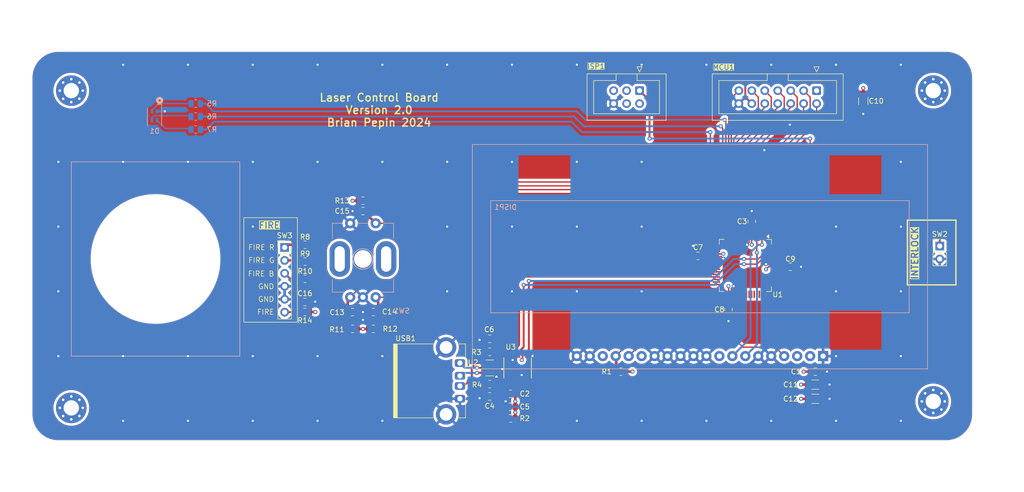
<source format=kicad_pcb>
(kicad_pcb (version 20240108) (generator "pcbnew") (generator_version "8.0")
  (title_block (title "Laser Control Board") (date "2024-03-30") (rev "2.0"))
  (layers (0 "F.Cu" signal) (1 "In1.Cu" signal) (2 "In2.Cu" signal) (31 "B.Cu" signal) (34 "B.Paste" user) (35 "F.Paste" user) (36 "B.SilkS" user "B.Silkscreen") (37 "F.SilkS" user "F.Silkscreen") (38 "B.Mask" user) (39 "F.Mask" user) (44 "Edge.Cuts" user))
  (net 0 "")
  (net 1 "GND")
  (net 2 "USBD_N")
  (net 3 "USBD_P")
  (net 4 "+3V0")
  (net 5 "FIRE")
  (net 6 "Net-(D1-RA)")
  (net 7 "Net-(D1-GA)")
  (net 8 "Net-(D1-BA)")
  (net 10 "DISP_CS")
  (net 11 "DISP_RES")
  (net 12 "DISP_DC")
  (net 13 "SCK")
  (net 14 "MOSI")
  (net 15 "MISO")
  (net 16 "RXD")
  (net 17 "TXD")
  (net 18 "RESET")
  (net 19 "INTERLOCK_SW")
  (net 20 "TEC_ENABLE")
  (net 21 "CS_TEC_SET")
  (net 22 "RST_LASER")
  (net 23 "INTERLOCK_EN")
  (net 24 "CS_CHARGE")
  (net 25 "CS_TEC_READ")
  (net 26 "TMP_LASER")
  (net 27 "CS_LASER")
  (net 28 "LED_R")
  (net 29 "LED_G")
  (net 30 "LED_B")
  (net 34 "UPDI")
  (net 35 "ENC_SEL")
  (net 36 "Net-(SW3-Pin_1)")
  (net 37 "Net-(SW3-Pin_2)")
  (net 42 "ENC_A")
  (net 43 "ENC_B")
  (net 79 "Net-(U3-~{RESET})")
  (net 80 "Net-(U2-IO3)")
  (net 81 "Net-(U2-IO4)")
  (net 82 "LED_FIRE_R")
  (net 83 "LED_FIRE_G")
  (net 84 "LED_FIRE_B")
  (net 85 "Net-(SW3-Pin_3)")
  (net 114 "Net-(U2-VDD)")
  (footprint "Connector_IDC:IDC-Header_2x07_P2.54mm_Vertical" (layer "F.Cu") (at 205.74 68.58 -90)
    (property "Reference" "MCU1")
    (property "Value" "2-1761603-5")
  )
  (footprint "Connector_PinHeader_2.54mm:PinHeader_1x02_P2.54mm_Vertical" (layer "F.Cu") (at 229.87 99.06)
    (property "Reference" "SW2")
    (property "Value" "KO128B2007")
  )
  (footprint "Capacitor_SMD:C_1206_3216Metric" (layer "F.Cu") (at 214.884 70.612 -90)
    (property "Reference" "C10")
    (property "Value" "22uF")
  )
  (footprint "Components:USB-A1HSW6" (layer "F.Cu") (at 135.844 125.513 -90)
    (property "Reference" "USB1")
    (property "Value" "UJ2-A-HR-G-TH")
  )
  (footprint "Resistor_SMD:R_0805_2012Metric" (layer "F.Cu") (at 145.75 132.879)
    (property "Reference" "R2")
    (property "Value" "10k")
  )
  (footprint "Resistor_SMD:R_0805_2012Metric" (layer "F.Cu") (at 141.686 119.798)
    (property "Reference" "R3")
    (property "Value" "27")
  )
  (footprint "Package_SO:SSOP-16_3.9x4.9mm_P0.635mm" (layer "F.Cu") (at 147.147 122.973 -90)
    (property "Reference" "U3")
    (property "Value" "FT230XS-U")
  )
  (footprint "Package_TO_SOT_SMD:SOT-23-6" (layer "F.Cu") (at 141.686 122.973 180)
    (property "Reference" "U2")
    (property "Value" "ESDALD05UD4")
  )
  (footprint "Resistor_SMD:R_0805_2012Metric" (layer "F.Cu") (at 141.686 126.148)
    (property "Reference" "R4")
    (property "Value" "27")
  )
  (footprint "Capacitor_SMD:C_0805_2012Metric" (layer "F.Cu") (at 145.75 130.593 180)
    (property "Reference" "C5")
    (property "Value" "4.7uF")
  )
  (footprint "Capacitor_SMD:C_0805_2012Metric" (layer "F.Cu") (at 141.686 117.258 180)
    (property "Reference" "C6")
    (property "Value" "47pF")
  )
  (footprint "Capacitor_SMD:C_0805_2012Metric" (layer "F.Cu") (at 145.75 128.053 180)
    (property "Reference" "C2")
    (property "Value" ".1uF")
  )
  (footprint "Capacitor_SMD:C_0805_2012Metric" (layer "F.Cu") (at 141.686 128.561 180)
    (property "Reference" "C4")
    (property "Value" "47pF")
  )
  (footprint "MountingHole:MountingHole_3mm_Pad_Via" (layer "F.Cu") (at 59.69 68.58)
    (property "Reference" "H1" (hide yes))
    (property "Value" "MountingHole_Pad")
  )
  (footprint "MountingHole:MountingHole_3mm_Pad_Via" (layer "F.Cu") (at 228.6 68.58)
    (property "Reference" "H2" (hide yes))
    (property "Value" "MountingHole_Pad" (hide yes))
  )
  (footprint "MountingHole:MountingHole_3mm_Pad_Via" (layer "F.Cu") (at 59.69 130.81)
    (property "Reference" "H3" (hide yes))
    (property "Value" "MountingHole_Pad")
  )
  (footprint "MountingHole:MountingHole_3mm_Pad_Via" (layer "F.Cu") (at 228.6 129.54)
    (property "Reference" "H4" (hide yes))
    (property "Value" "MountingHole_Pad")
  )
  (footprint "Resistor_SMD:R_0805_2012Metric" (layer "F.Cu") (at 167.386 123.698)
    (property "Reference" "R1")
    (property "Value" "10k")
  )
  (footprint "Capacitor_SMD:C_0805_2012Metric" (layer "F.Cu") (at 200.594 103.124 180)
    (property "Reference" "C9")
    (property "Value" ".1uF")
  )
  (footprint "Capacitor_SMD:C_0805_2012Metric" (layer "F.Cu") (at 105.468 110.036)
    (property "Reference" "C16")
    (property "Value" ".1uF")
  )
  (footprint "Capacitor_SMD:C_0805_2012Metric" (layer "F.Cu") (at 205.486 123.698 180)
    (property "Reference" "C1")
    (property "Value" ".1uF")
  )
  (footprint "Capacitor_SMD:C_0805_2012Metric" (layer "F.Cu") (at 116.84 92.202 180)
    (property "Reference" "C15")
    (property "Value" ".1uF")
  )
  (footprint "Capacitor_SMD:C_1206_3216Metric" (layer "F.Cu") (at 205.486 129.032)
    (property "Reference" "C12")
    (property "Value" "22uF")
  )
  (footprint "Resistor_SMD:R_0805_2012Metric" (layer "F.Cu") (at 105.5 105.5 180)
    (property "Reference" "R10")
    (property "Value" "140")
  )
  (footprint "Capacitor_SMD:C_1206_3216Metric" (layer "F.Cu") (at 205.486 126.238)
    (property "Reference" "C11")
    (property "Value" "22uF")
  )
  (footprint "Capacitor_SMD:C_0805_2012Metric" (layer "F.Cu") (at 188.468 111.506 90)
    (property "Reference" "C8")
    (property "Value" ".1uF")
  )
  (footprint "Capacitor_SMD:C_0805_2012Metric" (layer "F.Cu") (at 114.808 112.014)
    (property "Reference" "C13")
    (property "Value" ".1uF")
  )
  (footprint "Resistor_SMD:R_0805_2012Metric" (layer "F.Cu") (at 105.5 102.108 180)
    (property "Reference" "R9")
    (property "Value" "140")
  )
  (footprint "Connector_PinHeader_2.54mm:PinHeader_1x06_P2.54mm_Vertical" (layer "F.Cu") (at 101.5 99.34)
    (property "Reference" "SW3")
    (property "Value" "Conn_01x06")
  )
  (footprint "Resistor_SMD:R_0805_2012Metric" (layer "F.Cu") (at 118.872 115.316)
    (property "Reference" "R12")
    (property "Value" "51k")
  )
  (footprint "Capacitor_SMD:C_0805_2012Metric" (layer "F.Cu") (at 118.872 112.014 180)
    (property "Reference" "C14")
    (property "Value" ".1uF")
  )
  (footprint "Resistor_SMD:R_0805_2012Metric" (layer "F.Cu") (at 114.808 115.316 180)
    (property "Reference" "R11")
    (property "Value" "51k")
  )
  (footprint "Resistor_SMD:R_0805_2012Metric" (layer "F.Cu") (at 105.5 98.806 180)
    (property "Reference" "R8")
    (property "Value" "140")
  )
  (footprint "Resistor_SMD:R_0805_2012Metric" (layer "F.Cu") (at 105.468 112 180)
    (property "Reference" "R14")
    (property "Value" "51k")
  )
  (footprint "Package_QFP:TQFP-64_10x10mm_P0.5mm" (layer "F.Cu") (at 191.77 102.87 -90)
    (property "Reference" "U1")
    (property "Value" "AVR128DB64x-xPT")
  )
  (footprint "Capacitor_SMD:C_0805_2012Metric" (layer "F.Cu") (at 193.04 94.234 -90)
    (property "Reference" "C3")
    (property "Value" ".1uF")
  )
  (footprint "Connector_IDC:IDC-Header_2x03_P2.54mm_Vertical" (layer "F.Cu") (at 171.045 68.58 -90)
    (property "Reference" "ISP1")
    (property "Value" "61200621621")
  )
  (footprint "Resistor_SMD:R_0805_2012Metric" (layer "F.Cu") (at 116.84 90.17)
    (property "Reference" "R13")
    (property "Value" "51k")
  )
  (footprint "Capacitor_SMD:C_0805_2012Metric" (layer "F.Cu") (at 182.5 101)
    (property "Reference" "C7")
    (property "Value" ".1uF")
  )
  (footprint "Resistor_SMD:R_0805_2012Metric" (layer "B.Cu") (at 84.074 71.12)
    (property "Reference" "R5")
    (property "Value" "220")
  )
  (footprint "Resistor_SMD:R_0805_2012Metric" (layer "B.Cu") (at 84.074 73.66)
    (property "Reference" "R6")
    (property "Value" "220")
  )
  (footprint "Resistor_SMD:R_0805_2012Metric" (layer "B.Cu") (at 84.074 76.2)
    (property "Reference" "R7")
    (property "Value" "620")
  )
  (footprint "Components:EN11-HSM" (layer "B.Cu") (at 116.84 101.6 180)
    (property "Reference" "SW1")
    (property "Value" "EN11-HSM1AF15")
  )
  (footprint "Components:NHD-3.12-25664UC" (layer "B.Cu") (at 182.88 101.6 180)
    (property "Reference" "DISP1")
    (property "Value" "NHD-3.12-25664UCW2")
  )
  (footprint "Components:LED_Kingbright_KRGB_1.6x1.6mm" (layer "B.Cu") (at 76 73.5 90)
    (property "Reference" "D1")
    (property "Value" "APTF1616LSEKJ3ZGKQBC")
  )
  (gr_line (start 92.71 82.55) (end 59.69 82.55) (stroke (width 0.12)) (layer "B.SilkS"))
  (gr_line (start 59.69 82.55) (end 59.69 120.65) (stroke (width 0.12)) (layer "B.SilkS"))
  (gr_circle (center 77 70.5) (end 77.2 70.5) (stroke (width 0.5)) (fill none) (layer "B.SilkS"))
  (gr_line (start 92.71 120.65) (end 92.71 82.55) (stroke (width 0.12)) (layer "B.SilkS"))
  (gr_line (start 59.69 120.65) (end 92.71 120.65) (stroke (width 0.12)) (layer "B.SilkS"))
  (gr_line (start 223.52 106.68) (end 223.52 93.98) (stroke (width 0.254)) (layer "F.SilkS"))
  (gr_rect (start 93.5 93.5) (end 104 114) (stroke (width 0.12)) (fill none) (layer "F.SilkS"))
  (gr_line (start 223.52 93.98) (end 233.045 93.98) (stroke (width 0.254)) (layer "F.SilkS"))
  (gr_line (start 233.045 106.68) (end 223.52 106.68) (stroke (width 0.254)) (layer "F.SilkS"))
  (gr_line (start 233.045 93.98) (end 233.045 106.68) (stroke (width 0.254)) (layer "F.SilkS"))
  (gr_line (start 52.07 132.08) (end 52.07 66.04) (stroke (width 0.05)) (layer "Edge.Cuts"))
  (gr_arc (start 57.15 137.16) (mid 53.557898 135.672102) (end 52.07 132.08) (stroke (width 0.05)) (layer "Edge.Cuts"))
  (gr_arc (start 231.14 60.96) (mid 234.732102 62.447898) (end 236.22 66.04) (stroke (width 0.05)) (layer "Edge.Cuts"))
  (gr_line (start 236.22 66.04) (end 236.22 132.08) (stroke (width 0.05)) (layer "Edge.Cuts"))
  (gr_line (start 57.15 60.96) (end 231.14 60.96) (stroke (width 0.05)) (layer "Edge.Cuts"))
  (gr_arc (start 52.07 66.04) (mid 53.557898 62.447898) (end 57.15 60.96) (stroke (width 0.05)) (layer "Edge.Cuts"))
  (gr_circle (center 76.2 101.6) (end 88.9 101.6) (stroke (width 0.05)) (fill none) (layer "Edge.Cuts"))
  (gr_arc (start 236.22 132.08) (mid 234.732102 135.672102) (end 231.14 137.16) (stroke (width 0.05)) (layer "Edge.Cuts"))
  (gr_line (start 231.14 137.16) (end 57.15 137.16) (stroke (width 0.05)) (layer "Edge.Cuts"))
  (gr_text "FIRE" (at 99.5 112 0) (layer "F.SilkS") (effects (font (size 1.016 1.016) (thickness 0.127)) (justify right)))
  (gr_text "FIRE G" (at 99.568 101.854 0) (layer "F.SilkS") (effects (font (size 1.016 1.016) (thickness 0.127)) (justify right)))
  (gr_text "Laser Control Board\nVersion 2.0\nBrian Pepin 2024" (at 120.015 72.39 0) (layer "F.SilkS") (effects (font (size 1.524 1.524) (thickness 0.254))))
  (gr_text "GND" (at 99.5 107 0) (layer "F.SilkS") (effects (font (size 1.016 1.016) (thickness 0.127)) (justify right)))
  (gr_text "GND" (at 99.5 109.5 0) (layer "F.SilkS") (effects (font (size 1.016 1.016) (thickness 0.127)) (justify right)))
  (gr_text "FIRE R" (at 99.568 99.324 0) (layer "F.SilkS") (effects (font (size 1.016 1.016) (thickness 0.127)) (justify right)))
  (gr_text "FIRE B" (at 99.5 104.5 0) (layer "F.SilkS") (effects (font (size 1.016 1.016) (thickness 0.127)) (justify right)))
  (gr_text "INTERLOCK" (at 225 100.5 90) (layer "F.SilkS" knockout) (effects (font (size 1.27 1.27) (thickness 0.254))))
  (gr_text "FIRE" (at 98.5 95 0) (layer "F.SilkS" knockout) (effects (font (size 1.27 1.27) (thickness 0.2032))))
  (segment (start 144.8 130.593) (end 144.8 129.52) (width 0.508) (layer "F.Cu") (net 1))
  (segment (start 144.8 129.52) (end 144.8 128.053) (width 0.508) (layer "F.Cu") (net 1))
  (segment (start 146.1945 121.390513) (end 146.170546 121.414467) (width 0.381) (layer "F.Cu") (net 1))
  (segment (start 146.1945 120.373) (end 146.1945 121.390513) (width 0.381) (layer "F.Cu") (net 1))
  (segment (start 139.917 117.258) (end 139.7 117.475) (width 0.381) (layer "F.Cu") (net 1))
  (segment (start 140.736 117.258) (end 139.917 117.258) (width 0.381) (layer "F.Cu") (net 1))
  (segment (start 147.4645 125.573) (end 147.4645 124.592) (width 0.381) (layer "F.Cu") (net 1))
  (segment (start 147.686702 124.369798) (end 147.955 124.369798) (width 0.381) (layer "F.Cu") (net 1))
  (segment (start 147.4645 124.592) (end 147.686702 124.369798) (width 0.381) (layer "F.Cu") (net 1))
  (segment (start 142.786 122.973) (end 143.928 122.973) (width 0.381) (layer "F.Cu") (net 1))
  (segment (start 143.928 122.973) (end 144.145 123.19) (width 0.381) (layer "F.Cu") (net 1))
  (segment (start 140.044 128.561) (end 139.7 128.905) (width 0.381) (layer "F.Cu") (net 1))
  (segment (start 140.736 128.561) (end 140.044 128.561) (width 0.381) (layer "F.Cu") (net 1))
  (segment (start 146.1945 120.373) (end 146.8295 120.373) (width 0.381) (layer "F.Cu") (net 1))
  (segment (start 206.961 129.032) (end 208.28 129.032) (width 0.508) (layer "F.Cu") (net 1))
  (segment (start 192.090497 98.79808) (end 192.090497 98.806) (width 0.254) (layer "F.Cu") (net 1))
  (segment (start 206.961 126.238) (end 208.28 126.238) (width 0.508) (layer "F.Cu") (net 1))
  (segment (start 189.02 108.5325) (end 189.02 107.398) (width 0.254) (layer "F.Cu") (net 1))
  (segment (start 115.89 92.202) (end 114.808 92.202) (width 0.508) (layer "F.Cu") (net 1))
  (segment (start 187.44408 101.533503) (end 187.030577 101.12) (width 0.254) (layer "F.Cu") (net 1))
  (segment (start 106.418 110.036) (end 107.432 110.036) (width 0.508) (layer "F.Cu") (net 1))
  (segment (start 187.452 101.533503) (end 187.44408 101.533503) (width 0.254) (layer "F.Cu") (net 1))
  (segment (start 107.432 110.036) (end 107.5 109.968) (width 0.508) (layer "F.Cu") (net 1))
  (segment (start 188.468 112.456) (end 188.468 113.792) (width 0.508) (layer "F.Cu") (net 1))
  (segment (start 189.02 107.398) (end 189.484 106.934) (width 0.254) (layer "F.Cu") (net 1))
  (segment (start 195.834 102.616) (end 196.283423 102.616) (width 0.254) (layer "F.Cu") (net 1))
  (segment (start 196.283423 102.616) (end 196.287423 102.62) (width 0.254) (layer "F.Cu") (net 1))
  (segment (start 201.544 103.124) (end 202.692 103.124) (width 0.508) (layer "F.Cu") (net 1))
  (segment (start 181.5 100.95) (end 181.55 101) (width 0.508) (layer "F.Cu") (net 1))
  (segment (start 192.52 97.2075) (end 192.52 98.368577) (width 0.254) (layer "F.Cu") (net 1))
  (segment (start 214.884 72.087) (end 214.884 73.152) (width 0.508) (layer "F.Cu") (net 1))
  (segment (start 192.52 98.368577) (end 192.090497 98.79808) (width 0.254) (layer "F.Cu") (net 1))
  (segment (start 187.030577 101.12) (end 186.1075 101.12) (width 0.254) (layer "F.Cu") (net 1))
  (segment (start 193.04 93.284) (end 193.04 92.202) (width 0.508) (layer "F.Cu") (net 1))
  (segment (start 196.287423 102.62) (end 197.4325 102.62) (width 0.254) (layer "F.Cu") (net 1))
  (segment (start 206.436 123.698) (end 207.772 123.698) (width 0.508) (layer "F.Cu") (net 1))
  (segment (start 116.84 112.014) (end 117.922 112.014) (width 0.508) (layer "F.Cu") (net 1))
  (segment (start 181.5 99) (end 181.5 100.95) (width 0.508) (layer "F.Cu") (net 1))
  (segment (start 115.758 112.014) (end 116.84 112.014) (width 0.508) (layer "F.Cu") (net 1))
  (via (at 146.170546 121.414467) (size 0.8) (drill 0.4) (layers "F.Cu" "B.Cu") (net 1))
  (via (at 139.7 117.475) (size 0.8) (drill 0.4) (layers "F.Cu" "B.Cu") (net 1))
  (via (at 147.955 124.369798) (size 0.8) (drill 0.4) (layers "F.Cu" "B.Cu") (net 1))
  (via (at 144.145 123.19) (size 0.8) (drill 0.4) (layers "F.Cu" "B.Cu") (net 1))
  (via (at 144.8 129.52) (size 0.8) (drill 0.4) (layers "F.Cu" "B.Cu") (net 1))
  (via (at 139.7 128.905) (size 0.8) (drill 0.4) (layers "F.Cu" "B.Cu") (net 1))
  (via (at 95.25 120.65) (size 0.8) (drill 0.4) (layers "F.Cu" "B.Cu") (net 1))
  (via (at 222.25 95.25) (size 0.8) (drill 0.4) (layers "F.Cu" "B.Cu") (net 1))
  (via (at 82.55 133.35) (size 0.8) (drill 0.4) (layers "F.Cu" "B.Cu") (net 1))
  (via (at 116.84 113.538) (size 0.8) (drill 0.4) (layers "F.Cu" "B.Cu") (net 1))
  (via (at 171.45 133.35) (size 0.8) (drill 0.4) (layers "F.Cu" "B.Cu") (net 1))
  (via (at 69.85 63.5) (size 0.8) (drill 0.4) (layers "F.Cu" "B.Cu") (net 1))
  (via (at 69.85 133.35) (size 0.8) (drill 0.4) (layers "F.Cu" "B.Cu") (net 1))
  (via (at 209.55 133.35) (size 0.8) (drill 0.4) (layers "F.Cu" "B.Cu") (net 1))
  (via (at 107.5 109.968) (size 0.8) (drill 0.4) (layers "F.Cu" "B.Cu") (net 1))
  (via (at 207.772 123.698) (size 0.8) (drill 0.4) (layers "F.Cu" "B.Cu") (net 1))
  (via (at 82.55 82.55) (size 0.8) (drill 0.4) (layers "F.Cu" "B.Cu") (net 1))
  (via (at 171.45 107.95) (size 0.8) (drill 0.4) (layers "F.Cu" "B.Cu") (net 1))
  (via (at 82.55 63.5) (size 0.8) (drill 0.4) (layers "F.Cu" "B.Cu") (net 1))
  (via (at 158.75 63.5) (size 0.8) (drill 0.4) (layers "F.Cu" "B.Cu") (net 1))
  (via (at 57.15 107.95) (size 0.8) (drill 0.4) (layers "F.Cu" "B.Cu") (net 1))
  (via (at 209.55 63.5) (size 0.8) (drill 0.4) (layers "F.Cu" "B.Cu") (net 1))
  (via (at 120.65 82.55) (size 0.8) (drill 0.4) (layers "F.Cu" "B.Cu") (net 1))
  (via (at 158.75 133.35) (size 0.8) (drill 0.4) (layers "F.Cu" "B.Cu") (net 1))
  (via (at 214.884 73.152) (size 0.8) (drill 0.4) (layers "F.Cu" "B.Cu") (net 1))
  (via (at 188.468 113.792) (size 0.8) (drill 0.4) (layers "F.Cu" "B.Cu") (net 1))
  (via (at 107.95 120.65) (size 0.8) (drill 0.4) (layers "F.Cu" "B.Cu") (net 1))
  (via (at 133.35 107.95) (size 0.8) (drill 0.4) (layers "F.Cu" "B.Cu") (net 1))
  (via (at 133.35 63.5) (size 0.8) (drill 0.4) (layers "F.Cu" "B.Cu") (net 1))
  (via (at 57.15 95.25) (size 0.8) (drill 0.4) (layers "F.Cu" "B.Cu") (net 1))
  (via (at 146.05 107.95) (size 0.8) (drill 0.4) (layers "F.Cu" "B.Cu") (net 1))
  (via (at 95.25 82.55) (size 0.8) (drill 0.4) (layers "F.Cu" "B.Cu") (net 1))
  (via (at 184.15 133.35) (size 0.8) (drill 0.4) (layers "F.Cu" "B.Cu") (net 1))
  (via (at 202.692 103.124) (size 0.8) (drill 0.4) (layers "F.Cu" "B.Cu") (net 1))
  (via (at 171.45 82.55) (size 0.8) (drill 0.4) (layers "F.Cu" "B.Cu") (net 1))
  (via (at 196.85 63.5) (size 0.8) (drill 0.4) (layers "F.Cu" "B.Cu") (net 1))
  (via (at 222.25 120.65) (size 0.8) (drill 0.4) (layers "F.Cu" "B.Cu") (net 1))
  (via (at 192.090497 98.806) (size 0.8) (drill 0.4) (layers "F.Cu" "B.Cu") (net 1))
  (via (at 120.65 63.5) (size 0.8) (drill 0.4) (layers "F.Cu" "B.Cu") (net 1))
  (via (at 171.45 95.25) (size 0.8) (drill 0.4) (layers "F.Cu" "B.Cu") (net 1))
  (via (at 120.65 133.35) (size 0.8) (drill 0.4) (layers "F.Cu" "B.Cu") (net 1))
  (via (at 209.55 107.95) (size 0.8) (drill 0.4) (layers "F.Cu" "B.Cu") (net 1))
  (via (at 82.55 120.65) (size 0.8) (drill 0.4) (layers "F.Cu" "B.Cu") (net 1))
  (via (at 184.15 63.5) (size 0.8) (drill 0.4) (layers "F.Cu" "B.Cu") (net 1))
  (via (at 133.35 95.25) (size 0.8) (drill 0.4) (layers "F.Cu" "B.Cu") (net 1))
  (via (at 95.25 133.35) (size 0.8) (drill 0.4) (layers "F.Cu" "B.Cu") (net 1))
  (via (at 158.75 107.95) (size 0.8) (drill 0.4) (layers "F.Cu" "B.Cu") (net 1))
  (via (at 95.25 63.5) (size 0.8) (drill 0.4) (layers "F.Cu" "B.Cu") (net 1))
  (via (at 57.15 120.65) (size 0.8) (drill 0.4) (layers "F.Cu" "B.Cu") (net 1))
  (via (at 146.05 82.55) (size 0.8) (drill 0.4) (layers "F.Cu" "B.Cu") (net 1))
  (via (at 200.5 75.25) (size 0.8) (drill 0.4) (layers "F.Cu" "B.Cu") (net 1))
  (via (at 209.55 120.65) (size 0.8) (drill 0.4) (layers "F.Cu" "B.Cu") (net 1))
  (via (at 57.15 82.55) (size 0.8) (drill 0.4) (layers "F.Cu" "B.Cu") (net 1))
  (via (at 209.55 95.25) (size 0.8) (drill 0.4) (layers "F.Cu" "B.Cu") (net 1))
  (via (at 222.25 133.35) (size 0.8) (drill 0.4) (layers "F.Cu" "B.Cu") (net 1))
  (via (at 222.25 82.55) (size 0.8) (drill 0.4) (layers "F.Cu" "B.Cu") (net 1))
  (via (at 158.75 82.55) (size 0.8) (drill 0.4) (layers "F.Cu" "B.Cu") (net 1))
  (via (at 195.834 102.616) (size 0.8) (drill 0.4) (layers "F.Cu" "B.Cu") (net 1))
  (via (at 133.35 82.55) (size 0.8) (drill 0.4) (layers "F.Cu" "B.Cu") (net 1))
  (via (at 120.65 120.65) (size 0.8) (drill 0.4) (layers "F.Cu" "B.Cu") (net 1))
  (via (at 171.45 63.5) (size 0.8) (drill 0.4) (layers "F.Cu" "B.Cu") (net 1))
  (via (at 208.28 129.032) (size 0.8) (drill 0.4) (layers "F.Cu" "B.Cu") (net 1))
  (via (at 187.452 101.533503) (size 0.8) (drill 0.4) (layers "F.Cu" "B.Cu") (net 1))
  (via (at 158.75 95.25) (size 0.8) (drill 0.4) (layers "F.Cu" "B.Cu") (net 1))
  (via (at 193.04 92.202) (size 0.8) (drill 0.4) (layers "F.Cu" "B.Cu") (net 1))
  (via (at 69.85 82.55) (size 0.8) (drill 0.4) (layers "F.Cu" "B.Cu") (net 1))
  (via (at 107.95 82.55) (size 0.8) (drill 0.4) (layers "F.Cu" "B.Cu") (net 1))
  (via (at 146.05 63.5) (size 0.8) (drill 0.4) (layers "F.Cu" "B.Cu") (net 1))
  (via (at 222.25 107.95) (size 0.8) (drill 0.4) (layers "F.Cu" "B.Cu") (net 1))
  (via (at 107.95 133.35) (size 0.8) (drill 0.4) (layers "F.Cu" "B.Cu") (net 1))
  (via (at 222.25 63.5) (size 0.8) (drill 0.4) (layers "F.Cu" "B.Cu") (net 1))
  (via (at 195.5 80.25) (size 0.8) (drill 0.4) (layers "F.Cu" "B.Cu") (net 1))
  (via (at 95.25 95.25) (size 0.8) (drill 0.4) (layers "F.Cu" "B.Cu") (net 1))
  (via (at 107.95 63.5) (size 0.8) (drill 0.4) (layers "F.Cu" "B.Cu") (net 1))
  (via (at 146.05 95.25) (size 0.8) (drill 0.4) (layers "F.Cu" "B.Cu") (net 1))
  (via (at 116.84 112.014) (size 0.8) (drill 0.4) (layers "F.Cu" "B.Cu") (net 1))
  (via (at 189.484 106.934) (size 0.8) (drill 0.4) (layers "F.Cu" "B.Cu") (net 1))
  (via (at 196.85 133.35) (size 0.8) (drill 0.4) (layers "F.Cu" "B.Cu") (net 1))
  (via (at 114.808 92.202) (size 0.8) (drill 0.4) (layers "F.Cu" "B.Cu") (net 1))
  (via (at 208.28 126.238) (size 0.8) (drill 0.4) (layers "F.Cu" "B.Cu") (net 1))
  (via (at 181.5 99) (size 0.8) (drill 0.4) (layers "F.Cu" "B.Cu") (net 1))
  (via (at 69.85 120.65) (size 0.8) (drill 0.4) (layers "F.Cu" "B.Cu") (net 1))
  (via (at 78 72.625) (size 0.8) (drill 0.4) (layers "F.Cu" "B.Cu") (net 1))
  (segment (start 78 72.625) (end 76.5 72.625) (width 0.254) (layer "B.Cu") (net 1))
  (segment (start 144.9245 125.573) (end 143.1735 125.573) (width 0.381) (layer "F.Cu") (net 2))
  (segment (start 143.1735 125.573) (end 142.5985 126.148) (width 0.381) (layer "F.Cu") (net 2))
  (segment (start 142.5985 128.5235) (end 142.636 128.561) (width 0.381) (layer "F.Cu") (net 2))
  (segment (start 142.5985 126.148) (end 142.5985 128.5235) (width 0.381) (layer "F.Cu") (net 2))
  (segment (start 142.5985 119.798) (end 142.5985 117.2955) (width 0.381) (layer "F.Cu") (net 3))
  (segment (start 142.5985 117.2955) (end 142.636 117.258) (width 0.381) (layer "F.Cu") (net 3))
  (segment (start 144.9245 120.373) (end 143.1735 120.373) (width 0.381) (layer "F.Cu") (net 3))
  (segment (start 143.1735 120.373) (end 142.5985 119.798) (width 0.381) (layer "F.Cu") (net 3))
  (segment (start 146.8295 126.8555) (end 146.8295 127.9235) (width 0.381) (layer "F.Cu") (net 4))
  (segment (start 146.8295 127.9235) (end 146.7 128.053) (width 0.381) (layer "F.Cu") (net 4))
  (segment (start 146.8295 125.573) (end 146.8295 126.8555) (width 0.381) (layer "F.Cu") (net 4))
  (segment (start 146.7 129.525) (end 146.7 130.593) (width 0.508) (layer "F.Cu") (net 4))
  (segment (start 146.7 128.053) (end 146.7 129.525) (width 0.508) (layer "F.Cu") (net 4))
  (segment (start 146.7 130.593) (end 146.7 131.684) (width 0.508) (layer "F.Cu") (net 4))
  (segment (start 146.7 132.8415) (end 146.6625 132.879) (width 0.508) (layer "F.Cu") (net 4))
  (segment (start 204.536 123.698) (end 203.2 123.698) (width 0.508) (layer "F.Cu") (net 4))
  (segment (start 193.02 97.2075) (end 193.02 95.204) (width 0.254) (layer "F.Cu") (net 4))
  (segment (start 193.02 95.204) (end 193.04 95.184) (width 0.254) (layer "F.Cu") (net 4))
  (segment (start 145.722099 124.632499) (end 145.5595 124.795098) (width 0.381) (layer "F.Cu") (net 4))
  (segment (start 204.536 120.716) (end 204.47 120.65) (width 0.508) (layer "F.Cu") (net 4))
  (segment (start 168.2985 123.698) (end 169.672 123.698) (width 0.508) (layer "F.Cu") (net 4))
  (segment (start 148.0995 121.299495) (end 148.0995 120.373) (width 0.381) (layer "F.Cu") (net 4))
  (segment (start 183.83 100.62) (end 183.45 101) (width 0.254) (layer "F.Cu") (net 4))
  (segment (start 145.5595 124.795098) (end 145.5595 125.573) (width 0.381) (layer "F.Cu") (net 4))
  (segment (start 186.1075 100.62) (end 183.83 100.62) (width 0.254) (layer "F.Cu") (net 4))
  (segment (start 115.7205 115.316) (end 117.9595 115.316) (width 0.508) (layer "F.Cu") (net 4))
  (segment (start 193.02 98.786) (end 193.04 98.806) (width 0.254) (layer "F.Cu") (net 4))
  (segment (start 204.011 129.032) (end 202.692 129.032) (width 0.508) (layer "F.Cu") (net 4))
  (segment (start 147.967741 121.431254) (end 148.0995 121.299495) (width 0.381) (layer "F.Cu") (net 4))
  (segment (start 146.8295 125.573) (end 146.8295 124.795098) (width 0.381) (layer "F.Cu") (net 4))
  (segment (start 195.834 103.632) (end 196.346 103.12) (width 0.254) (layer "F.Cu") (net 4))
  (segment (start 146.8295 124.795098) (end 146.666901 124.632499) (width 0.381) (layer "F.Cu") (net 4))
  (segment (start 199.64 103.12) (end 199.644 103.124) (width 0.254) (layer "F.Cu") (net 4))
  (segment (start 188.52 106.986) (end 188.468 106.934) (width 0.254) (layer "F.Cu") (net 4))
  (segment (start 196.346 103.12) (end 197.4325 103.12) (width 0.254) (layer "F.Cu") (net 4))
  (segment (start 188.52 108.5325) (end 188.52 110.504) (width 0.254) (layer "F.Cu") (net 4))
  (segment (start 214.884 69.137) (end 214.884 68.072) (width 0.508) (layer "F.Cu") (net 4))
  (segment (start 187.416 100.62) (end 187.452 100.584) (width 0.254) (layer "F.Cu") (net 4))
  (segment (start 106.3805 112) (end 107.5 112) (width 0.508) (layer "F.Cu") (net 4))
  (segment (start 204.011 126.238) (end 202.692 126.238) (width 0.508) (layer "F.Cu") (net 4))
  (segment (start 115.9275 90.17) (end 114.808 90.17) (width 0.508) (layer "F.Cu") (net 4))
  (segment (start 146.666901 124.632499) (end 145.722099 124.632499) (width 0.381) (layer "F.Cu") (net 4))
  (segment (start 146.7 131.684) (end 146.7 132.8415) (width 0.508) (layer "F.Cu") (net 4))
  (segment (start 193.02 97.2075) (end 193.02 98.786) (width 0.254) (layer "F.Cu") (net 4))
  (segment (start 197.4325 103.12) (end 199.64 103.12) (width 0.254) (layer "F.Cu") (net 4))
  (segment (start 188.52 110.504) (end 188.468 110.556) (width 0.254) (layer "F.Cu") (net 4))
  (segment (start 188.52 108.5325) (end 188.52 106.986) (width 0.254) (layer "F.Cu") (net 4))
  (segment (start 186.1075 100.62) (end 187.416 100.62) (width 0.254) (layer "F.Cu") (net 4))
  (via (at 146.7 129.525) (size 0.8) (drill 0.4) (layers "F.Cu" "B.Cu") (net 4))
  (via (at 147.967741 121.431254) (size 0.8) (drill 0.4) (layers "F.Cu" "B.Cu") (net 4))
  (via (at 169.672 123.698) (size 0.8) (drill 0.4) (layers "F.Cu" "B.Cu") (net 4))
  (via (at 202.692 126.238) (size 0.8) (drill 0.4) (layers "F.Cu" "B.Cu") (net 4))
  (via (at 114.808 90.17) (size 0.8) (drill 0.4) (layers "F.Cu" "B.Cu") (net 4))
  (via (at 187.452 100.584) (size 0.8) (drill 0.4) (layers "F.Cu" "B.Cu") (net 4))
  (via (at 188.468 106.934) (size 0.8) (drill 0.4) (layers "F.Cu" "B.Cu") (net 4))
  (via (at 195.834 103.632) (size 0.8) (drill 0.4) (layers "F.Cu" "B.Cu") (net 4))
  (via (at 214.884 68.072) (size 0.8) (drill 0.4) (layers "F.Cu" "B.Cu") (net 4))
  (via (at 107.5 112) (size 0.8) (drill 0.4) (layers "F.Cu" "B.Cu") (net 4))
  (via (at 202.692 129.032) (size 0.8) (drill 0.4) (layers "F.Cu" "B.Cu") (net 4))
  (via (at 203.2 123.698) (size 0.8) (drill 0.4) (layers "F.Cu" "B.Cu") (net 4))
  (via (at 116.84 115.316) (size 0.8) (drill 0.4) (layers "F.Cu" "B.Cu") (net 4))
  (via (at 193.04 98.806) (size 0.8) (drill 0.4) (layers "F.Cu" "B.Cu") (net 4))
  (via (at 146.7 131.684) (size 0.8) (drill 0.4) (layers "F.Cu" "B.Cu") (net 4))
  (segment (start 104.5555 112) (end 104.5555 110.0735) (width 0.508) (layer "F.Cu") (net 5))
  (segment (start 104.5555 110.0735) (end 104.518 110.036) (width 0.508) (layer "F.Cu") (net 5))
  (segment (start 130.83 104.12) (end 129.286 105.664) (width 0.254) (layer "F.Cu") (net 5))
  (segment (start 106.054 108.5) (end 104.518 110.036) (width 0.254) (layer "F.Cu") (net 5))
  (segment (start 129.286 105.664) (end 115.336 105.664) (width 0.254) (layer "F.Cu") (net 5))
  (segment (start 104.5155 112.04) (end 104.5555 112) (width 0.381) (layer "F.Cu") (net 5))
  (segment (start 186.1075 104.12) (end 130.83 104.12) (width 0.254) (layer "F.Cu") (net 5))
  (segment (start 104.3015 112.254) (end 104.5555 112) (width 0.254) (layer "F.Cu") (net 5))
  (segment (start 101.5 112.04) (end 104.5155 112.04) (width 0.381) (layer "F.Cu") (net 5))
  (segment (start 115.336 105.664) (end 112.5 108.5) (width 0.254) (layer "F.Cu") (net 5))
  (segment (start 112.5 108.5) (end 106.054 108.5) (width 0.254) (layer "F.Cu") (net 5))
  (segment (start 78.125 76) (end 82.9615 76) (width 0.254) (layer "B.Cu") (net 6))
  (segment (start 76.5 74.375) (end 78.125 76) (width 0.254) (layer "B.Cu") (net 6))
  (segment (start 82.9615 76) (end 83.1615 76.2) (width 0.254) (layer "B.Cu") (net 6))
  (segment (start 75.5 73.854) (end 75.854 73.5) (width 0.254) (layer "B.Cu") (net 7))
  (segment (start 75.854 73.5) (end 83.0015 73.5) (width 0.254) (layer "B.Cu") (net 7))
  (segment (start 75.5 74.375) (end 75.5 73.854) (width 0.254) (layer "B.Cu") (net 7))
  (segment (start 83.0015 73.5) (end 83.1615 73.66) (width 0.254) (layer "B.Cu") (net 7))
  (segment (start 76.83 71.12) (end 83.1615 71.12) (width 0.254) (layer "B.Cu") (net 8))
  (segment (start 75.5 72.45) (end 76.83 71.12) (width 0.254) (layer "B.Cu") (net 8))
  (segment (start 75.5 72.625) (end 75.5 72.45) (width 0.254) (layer "B.Cu") (net 8))
  (segment (start 189.52 108.5325) (end 189.52 117.566) (width 0.254) (layer "F.Cu") (net 10))
  (segment (start 166.4735 123.698) (end 166.4735 120.7535) (width 0.508) (layer "F.Cu") (net 10))
  (segment (start 188.976 118.11) (end 168.91 118.11) (width 0.254) (layer "F.Cu") (net 10))
  (segment (start 189.52 117.566) (end 188.976 118.11) (width 0.254) (layer "F.Cu") (net 10))
  (segment (start 168.91 118.11) (end 166.37 120.65) (width 0.254) (layer "F.Cu") (net 10))
  (segment (start 166.4735 120.7535) (end 166.37 120.65) (width 0.508) (layer "F.Cu") (net 10))
  (segment (start 190.02 118.082) (end 189.23 118.872) (width 0.254) (layer "F.Cu") (net 11))
  (segment (start 170.688 118.872) (end 168.91 120.65) (width 0.254) (layer "F.Cu") (net 11))
  (segment (start 189.23 118.872) (end 170.688 118.872) (width 0.254) (layer "F.Cu") (net 11))
  (segment (start 190.02 108.5325) (end 190.02 118.082) (width 0.254) (layer "F.Cu") (net 11))
  (segment (start 168.91 120.142) (end 168.91 120.65) (width 0.381) (layer "B.Cu") (net 11))
  (segment (start 190.52 108.5325) (end 190.52 118.13) (width 0.254) (layer "F.Cu") (net 12))
  (segment (start 197.632 118.892) (end 199.39 120.65) (width 0.254) (layer "F.Cu") (net 12))
  (segment (start 190.52 118.13) (end 191.282 118.892) (width 0.254) (layer "F.Cu") (net 12))
  (segment (start 191.282 118.892) (end 197.632 118.892) (width 0.254) (layer "F.Cu") (net 12))
  (segment (start 194.042 83.958) (end 203.2 74.8) (width 0.254) (layer "F.Cu") (net 13))
  (segment (start 194.042 97.1855) (end 194.042 83.958) (width 0.254) (layer "F.Cu") (net 13))
  (segment (start 203.2 74.8) (end 203.2 71.12) (width 0.254) (layer "F.Cu") (net 13))
  (segment (start 194.02 97.2075) (end 194.042 97.1855) (width 0.254) (layer "F.Cu") (net 13))
  (segment (start 194.02 100.33) (end 194.02 97.2075) (width 0.254) (layer "F.Cu") (net 13))
  (via (at 194.02 100.33) (size 0.8) (drill 0.4) (layers "F.Cu" "B.Cu") (net 13))
  (segment (start 194.056 118.364) (end 191.77 120.65) (width 0.381) (layer "B.Cu") (net 13))
  (segment (start 194.056 100.366) (end 194.056 118.364) (width 0.381) (layer "B.Cu") (net 13))
  (segment (start 194.02 100.33) (end 194.056 100.366) (width 0.254) (layer "B.Cu") (net 13))
  (segment (start 195.02 98.806) (end 195.02 97.2075) (width 0.254) (layer "F.Cu") (net 14))
  (segment (start 205.74 74.76) (end 205.74 71.12) (width 0.254) (layer "F.Cu") (net 14))
  (segment (start 195.02 85.48) (end 205.74 74.76) (width 0.254) (layer "F.Cu") (net 14))
  (segment (start 195.02 97.2075) (end 195.02 85.48) (width 0.254) (layer "F.Cu") (net 14))
  (via (at 195.02 98.806) (size 0.8) (drill 0.4) (layers "F.Cu" "B.Cu") (net 14))
  (segment (start 192.786 117.094) (end 189.23 120.65) (width 0.381) (layer "B.Cu") (net 14))
  (segment (start 195.02 98.806) (end 194.31 98.806) (width 0.381) (layer "B.Cu") (net 14))
  (segment (start 194.31 98.806) (end 192.786 100.33) (width 0.381) (layer "B.Cu") (net 14))
  (segment (start 192.786 100.33) (end 192.786 117.094) (width 0.381) (layer "B.Cu") (net 14))
  (segment (start 204.47 69.85) (end 203.2 68.58) (width 0.254) (layer "F.Cu") (net 15))
  (segment (start 204.47 74.78) (end 204.47 69.85) (width 0.254) (layer "F.Cu") (net 15))
  (segment (start 194.52 97.2075) (end 194.52 84.73) (width 0.254) (layer "F.Cu") (net 15))
  (segment (start 194.52 84.73) (end 204.47 74.78) (width 0.254) (layer "F.Cu") (net 15))
  (segment (start 149.352 120.3555) (end 149.3695 120.373) (width 0.381) (layer "F.Cu") (net 16))
  (segment (start 149.352 105.918) (end 149.352 120.3555) (width 0.381) (layer "F.Cu") (net 16))
  (segment (start 196.29 99.62) (end 194.31 101.6) (width 0.254) (layer "F.Cu") (net 16))
  (segment (start 197.4325 99.62) (end 196.29 99.62) (width 0.254) (layer "F.Cu") (net 16))
  (segment (start 194.31 101.6) (end 191.516 101.6) (width 0.254) (layer "F.Cu") (net 16))
  (via (at 149.352 105.918) (size 0.8) (drill 0.4) (layers "F.Cu" "B.Cu") (net 16))
  (via (at 191.516 101.6) (size 0.8) (drill 0.4) (layers "F.Cu" "B.Cu") (net 16))
  (segment (start 149.352 105.918) (end 185.166 105.918) (width 0.381) (layer "B.Cu") (net 16))
  (segment (start 185.166 105.918) (end 189.484 101.6) (width 0.381) (layer "B.Cu") (net 16))
  (segment (start 189.484 101.6) (end 191.516 101.6) (width 0.381) (layer "B.Cu") (net 16))
  (segment (start 194.056 102.616) (end 191.516 102.616) (width 0.254) (layer "F.Cu") (net 17))
  (segment (start 148.082 119.126) (end 148.06496 119.126) (width 0.381) (layer "F.Cu") (net 17))
  (segment (start 197.4325 100.12) (end 196.552 100.12) (width 0.254) (layer "F.Cu") (net 17))
  (segment (start 148.336 106.68) (end 148.336 118.872) (width 0.381) (layer "F.Cu") (net 17))
  (segment (start 196.552 100.12) (end 194.056 102.616) (width 0.254) (layer "F.Cu") (net 17))
  (segment (start 148.336 118.872) (end 148.082 119.126) (width 0.381) (layer "F.Cu") (net 17))
  (segment (start 147.4645 119.72646) (end 147.4645 120.373) (width 0.381) (layer "F.Cu") (net 17))
  (segment (start 148.06496 119.126) (end 147.4645 119.72646) (width 0.381) (layer "F.Cu") (net 17))
  (via (at 148.336 106.68) (size 0.8) (drill 0.4) (layers "F.Cu" "B.Cu") (net 17))
  (via (at 191.516 102.616) (size 0.8) (drill 0.4) (layers "F.Cu" "B.Cu") (net 17))
  (segment (start 189.738 102.616) (end 191.516 102.616) (width 0.381) (layer "B.Cu") (net 17))
  (segment (start 185.674 106.68) (end 189.738 102.616) (width 0.381) (layer "B.Cu") (net 17))
  (segment (start 148.336 106.68) (end 185.674 106.68) (width 0.381) (layer "B.Cu") (net 17))
  (segment (start 229.87 78.74) (end 229.87 99.06) (width 0.381) (layer "F.Cu") (net 19))
  (segment (start 216.535 65.405) (end 229.87 78.74) (width 0.381) (layer "F.Cu") (net 19))
  (segment (start 191.77 67.31) (end 193.675 65.405) (width 0.381) (layer "F.Cu") (net 19))
  (segment (start 191.77 69.85) (end 191.77 67.31) (width 0.381) (layer "F.Cu") (net 19))
  (segment (start 193.675 65.405) (end 216.535 65.405) (width 0.381) (layer "F.Cu") (net 19))
  (segment (start 193.04 71.12) (end 191.77 69.85) (width 0.381) (layer "F.Cu") (net 19))
  (segment (start 195.58 71.882) (end 195.58 71.12) (width 0.254) (layer "F.Cu") (net 20))
  (segment (start 189.52 77.942) (end 195.58 71.882) (width 0.254) (layer "F.Cu") (net 20))
  (segment (start 189.52 97.2075) (end 189.52 77.942) (width 0.254) (layer "F.Cu") (net 20))
  (segment (start 190.52 97.2075) (end 190.52 79.482) (width 0.254) (layer "F.Cu") (net 21))
  (segment (start 190.52 79.482) (end 198.12 71.882) (width 0.254) (layer "F.Cu") (net 21))
  (segment (start 198.12 71.882) (end 198.12 71.12) (width 0.254) (layer "F.Cu") (net 21))
  (segment (start 191.52 97.2075) (end 191.52 81.022) (width 0.254) (layer "F.Cu") (net 22))
  (segment (start 191.52 81.022) (end 200.66 71.882) (width 0.254) (layer "F.Cu") (net 22))
  (segment (start 200.66 71.882) (end 200.66 71.12) (width 0.254) (layer "F.Cu") (net 22))
  (segment (start 188.52 70.56) (end 188.52 97.2075) (width 0.254) (layer "F.Cu") (net 23))
  (segment (start 190.5 68.58) (end 188.52 70.56) (width 0.254) (layer "F.Cu") (net 23))
  (segment (start 194.31 71.882) (end 194.31 69.85) (width 0.254) (layer "F.Cu") (net 24))
  (segment (start 194.31 69.85) (end 193.04 68.58) (width 0.254) (layer "F.Cu") (net 24))
  (segment (start 189.02 77.172) (end 194.31 71.882) (width 0.254) (layer "F.Cu") (net 24))
  (segment (start 189.02 97.2075) (end 189.02 77.172) (width 0.254) (layer "F.Cu") (net 24))
  (segment (start 190.02 78.746086) (end 196.85 71.916086) (width 0.254) (layer "F.Cu") (net 25))
  (segment (start 196.85 69.85) (end 195.58 68.58) (width 0.254) (layer "F.Cu") (net 25))
  (segment (start 190.02 97.2075) (end 190.02 78.746086) (width 0.254) (layer "F.Cu") (net 25))
  (segment (start 196.85 71.916086) (end 196.85 69.85) (width 0.254) (layer "F.Cu") (net 25))
  (segment (start 199.39 69.85) (end 198.12 68.58) (width 0.254) (layer "F.Cu") (net 26))
  (segment (start 199.39 71.882) (end 199.39 69.85) (width 0.254) (layer "F.Cu") (net 26))
  (segment (start 191.02 97.2075) (end 191.02 80.252) (width 0.254) (layer "F.Cu") (net 26))
  (segment (start 191.02 80.252) (end 199.39 71.882) (width 0.254) (layer "F.Cu") (net 26))
  (segment (start 192.02 81.792) (end 201.93 71.882) (width 0.254) (layer "F.Cu") (net 27))
  (segment (start 201.93 71.882) (end 201.93 69.85) (width 0.254) (layer "F.Cu") (net 27))
  (segment (start 201.93 69.85) (end 200.66 68.58) (width 0.254) (layer "F.Cu") (net 27))
  (segment (start 192.02 97.2075) (end 192.02 81.792) (width 0.254) (layer "F.Cu") (net 27))
  (segment (start 185.218 99.62) (end 186.1075 99.62) (width 0.254) (layer "F.Cu") (net 28))
  (segment (start 184.912 99.314) (end 185.218 99.62) (width 0.254) (layer "F.Cu") (net 28))
  (segment (start 184.912 76.708) (end 184.912 99.314) (width 0.254) (layer "F.Cu") (net 28))
  (via (at 184.912 76.708) (size 0.8) (drill 0.4) (layers "F.Cu" "B.Cu") (net 28))
  (segment (start 87.63 74.676) (end 157.734 74.676) (width 0.381) (layer "B.Cu") (net 28))
  (segment (start 84.9865 76.2) (end 86.106 76.2) (width 0.381) (layer "B.Cu") (net 28))
  (segment (start 159.766 76.708) (end 184.912 76.708) (width 0.381) (layer "B.Cu") (net 28))
  (segment (start 157.734 74.676) (end 159.766 76.708) (width 0.381) (layer "B.Cu") (net 28))
  (segment (start 86.106 76.2) (end 87.63 74.676) (width 0.381) (layer "B.Cu") (net 28))
  (segment (start 187.3435 75.9645) (end 187.3435 97.884) (width 0.254) (layer "F.Cu") (net 29))
  (segment (start 186.944 75.565) (end 187.3435 75.9645) (width 0.254) (layer "F.Cu") (net 29))
  (segment (start 187.3435 97.884) (end 186.1075 99.12) (width 0.254) (layer "F.Cu") (net 29))
  (via (at 186.944 75.565) (size 0.8) (drill 0.4) (layers "F.Cu" "B.Cu") (net 29))
  (segment (start 158.242 73.66) (end 84.9865 73.66) (width 0.381) (layer "B.Cu") (net 29))
  (segment (start 186.944 75.565) (end 160.147 75.565) (width 0.381) (layer "B.Cu") (net 29))
  (segment (start 160.147 75.565) (end 158.242 73.66) (width 0.381) (layer "B.Cu") (net 29))
  (segment (start 187.96 97.1475) (end 187.96 74.549) (width 0.254) (layer "F.Cu") (net 30))
  (segment (start 188.02 97.2075) (end 187.96 97.1475) (width 0.254) (layer "F.Cu") (net 30))
  (segment (start 187.96 74.549) (end 187.706 74.295) (width 0.254) (layer "F.Cu") (net 30))
  (via (at 187.706 74.295) (size 0.8) (drill 0.4) (layers "F.Cu" "B.Cu") (net 30))
  (segment (start 85.979 71.12) (end 87.503 72.644) (width 0.381) (layer "B.Cu") (net 30))
  (segment (start 160.401 74.295) (end 187.706 74.295) (width 0.381) (layer "B.Cu") (net 30))
  (segment (start 84.9865 71.12) (end 85.979 71.12) (width 0.381) (layer "B.Cu") (net 30))
  (segment (start 87.503 72.644) (end 158.75 72.644) (width 0.381) (layer "B.Cu") (net 30))
  (segment (start 158.75 72.644) (end 160.401 74.295) (width 0.381) (layer "B.Cu") (net 30))
  (segment (start 204.47 77.978) (end 204.47 103.378) (width 0.254) (layer "F.Cu") (net 34))
  (segment (start 202.228 105.62) (end 197.4325 105.62) (width 0.254) (layer "F.Cu") (net 34))
  (segment (start 173 70.535) (end 171.045 68.58) (width 0.381) (layer "F.Cu") (net 34))
  (segment (start 173 77.978) (end 173 70.535) (width 0.381) (layer "F.Cu") (net 34))
  (segment (start 204.47 103.378) (end 202.228 105.62) (width 0.254) (layer "F.Cu") (net 34))
  (via (at 204.47 77.978) (size 0.8) (drill 0.4) (layers "F.Cu" "B.Cu") (net 34))
  (via (at 173 77.978) (size 0.8) (drill 0.4) (layers "F.Cu" "B.Cu") (net 34))
  (segment (start 173 77.978) (end 204.47 77.978) (width 0.381) (layer "B.Cu") (net 34))
  (segment (start 117.7525 90.17) (end 117.7525 92.1645) (width 0.508) (layer "F.Cu") (net 35))
  (segment (start 121.778 94.6) (end 119.34 94.6) (width 0.254) (layer "F.Cu") (net 35))
  (segment (start 186.1075 103.62) (end 130.798 103.62) (width 0.254) (layer "F.Cu") (net 35))
  (segment (start 117.7525 92.1645) (end 117.79 92.202) (width 0.508) (layer "F.Cu") (net 35))
  (segment (start 117.79 93.05) (end 119.34 94.6) (width 0.508) (layer "F.Cu") (net 35))
  (segment (start 117.79 92.202) (end 117.79 93.05) (width 0.508) (layer "F.Cu") (net 35))
  (segment (start 130.798 103.62) (end 121.778 94.6) (width 0.254) (layer "F.Cu") (net 35))
  (segment (start 102.034 98.806) (end 101.5 99.34) (width 0.508) (layer "F.Cu") (net 36))
  (segment (start 104.5875 98.806) (end 102.034 98.806) (width 0.508) (layer "F.Cu") (net 36))
  (segment (start 101.5 101.88) (end 104.3595 101.88) (width 0.508) (layer "F.Cu") (net 37))
  (segment (start 104.3595 101.88) (end 104.5875 102.108) (width 0.508) (layer "F.Cu") (net 37))
  (segment (start 127.882 109.1) (end 119.34 109.1) (width 0.254) (layer "F.Cu") (net 42))
  (segment (start 186.1075 105.12) (end 131.862 105.12) (width 0.254) (layer "F.Cu") (net 42))
  (segment (start 119.822 112.014) (end 119.822 109.582) (width 0.508) (layer "F.Cu") (net 42))
  (segment (start 119.7845 112.0515) (end 119.822 112.014) (width 0.508) (layer "F.Cu") (net 42))
  (segment (start 131.862 105.12) (end 127.882 109.1) (width 0.254) (layer "F.Cu") (net 42))
  (segment (start 119.7845 115.316) (end 119.7845 112.0515) (width 0.508) (layer "F.Cu") (net 42))
  (segment (start 119.822 109.582) (end 119.34 109.1) (width 0.508) (layer "F.Cu") (net 42))
  (segment (start 119.9 109.1) (end 119.34 109.1) (width 0.381) (layer "B.Cu") (net 42))
  (segment (start 116.76 106.68) (end 114.34 109.1) (width 0.254) (layer "F.Cu") (net 43))
  (segment (start 113.8955 112.0515) (end 113.858 112.014) (width 0.508) (layer "F.Cu") (net 43))
  (segment (start 131.298335 104.62) (end 129.238335 106.68) (width 0.254) (layer "F.Cu") (net 43))
  (segment (start 113.858 112.014) (end 113.858 109.582) (width 0.508) (layer "F.Cu") (net 43))
  (segment (start 113.8955 115.316) (end 113.8955 112.0515) (width 0.508) (layer "F.Cu") (net 43))
  (segment (start 113.858 109.582) (end 114.34 109.1) (width 0.508) (layer "F.Cu") (net 43))
  (segment (start 129.238335 106.68) (end 116.76 106.68) (width 0.254) (layer "F.Cu") (net 43))
  (segment (start 186.1075 104.62) (end 131.298335 104.62) (width 0.254) (layer "F.Cu") (net 43))
  (segment (start 146.1945 125.573) (end 146.1945 126.923154) (width 0.381) (layer "F.Cu") (net 79))
  (segment (start 145.69371 127.423944) (end 145.69371 132.02279) (width 0.381) (layer "F.Cu") (net 79))
  (segment (start 146.1945 126.923154) (end 145.69371 127.423944) (width 0.381) (layer "F.Cu") (net 79))
  (segment (start 145.69371 132.02279) (end 144.8375 132.879) (width 0.381) (layer "F.Cu") (net 79))
  (segment (start 139.058465 122.023) (end 138.176 122.905465) (width 0.381) (layer "F.Cu") (net 80))
  (segment (start 136.631 126.513) (end 135.844 126.513) (width 0.381) (layer "F.Cu") (net 80))
  (segment (start 138.176 122.905465) (end 138.176 124.968) (width 0.381) (layer "F.Cu") (net 80))
  (segment (start 140.586 122.023) (end 139.058465 122.023) (width 0.381) (layer "F.Cu") (net 80))
  (segment (start 140.586 119.9855) (end 140.7735 119.798) (width 0.381) (layer "F.Cu") (net 80))
  (segment (start 140.586 122.023) (end 140.586 119.9855) (width 0.381) (layer "F.Cu") (net 80))
  (segment (start 138.176 124.968) (end 136.631 126.513) (width 0.381) (layer "F.Cu") (net 80))
  (segment (start 140.586 125.9605) (end 140.7735 126.148) (width 0.381) (layer "F.Cu") (net 81))
  (segment (start 140.586 123.923) (end 140.586 125.9605) (width 0.381) (layer "F.Cu") (net 81))
  (segment (start 140.586 123.923) (end 139.221 123.923) (width 0.381) (layer "F.Cu") (net 81))
  (segment (start 139.221 123.923) (end 139.192 123.952) (width 0.381) (layer "F.Cu") (net 81))
  (via (at 139.192 123.952) (size 0.8) (drill 0.4) (layers "F.Cu" "B.Cu") (net 81))
  (segment (start 139.192 123.952) (end 136.405 123.952) (width 0.381) (layer "B.Cu") (net 81))
  (segment (start 136.405 123.952) (end 135.844 124.513) (width 0.381) (layer "B.Cu") (net 81))
  (segment (start 106.5 91.5) (end 106.5 98.7185) (width 0.254) (layer "F.Cu") (net 82))
  (segment (start 181 96.486671) (end 181 91.25) (width 0.254) (layer "F.Cu") (net 82))
  (segment (start 176.25 86.5) (end 111.5 86.5) (width 0.254) (layer "F.Cu") (net 82))
  (segment (start 181 91.25) (end 176.25 86.5) (width 0.254) (layer "F.Cu") (net 82))
  (segment (start 184.633329 100.12) (end 181 96.486671) (width 0.254) (layer "F.Cu") (net 82))
  (segment (start 186.1075 100.12) (end 184.633329 100.12) (width 0.254) (layer "F.Cu") (net 82))
  (segment (start 111.5 86.5) (end 106.5 91.5) (width 0.254) (layer "F.Cu") (net 82))
  (segment (start 106.5 98.7185) (end 106.4125 98.806) (width 0.254) (layer "F.Cu") (net 82))
  (segment (start 186.1075 101.62) (end 184.875 101.62) (width 0.254) (layer "F.Cu") (net 83))
  (segment (start 111.886 87.25) (end 107.5 91.636) (width 0.254) (layer "F.Cu") (net 83))
  (segment (start 180.25 91.604) (end 175.896 87.25) (width 0.254) (layer "F.Cu") (net 83))
  (segment (start 175.896 87.25) (end 111.886 87.25) (width 0.254) (layer "F.Cu") (net 83))
  (segment (start 183.995 102.5) (end 180.986 102.5) (width 0.254) (layer "F.Cu") (net 83))
  (segment (start 184.875 101.62) (end 183.995 102.5) (width 0.254) (layer "F.Cu") (net 83))
  (segment (start 180.986 102.5) (end 180.25 101.764) (width 0.254) (layer "F.Cu") (net 83))
  (segment (start 107.5 100.5) (end 106.4125 101.5875) (width 0.254) (layer "F.Cu") (net 83))
  (segment (start 106.4125 101.5875) (end 106.4125 102.108) (width 0.254) (layer "F.Cu") (net 83))
  (segment (start 107.5 91.636) (end 107.5 100.5) (width 0.254) (layer "F.Cu") (net 83))
  (segment (start 180.25 101.764) (end 180.25 91.604) (width 0.254) (layer "F.Cu") (net 83))
  (segment (start 180.5 103) (end 179.5 102) (width 0.254) (layer "F.Cu") (net 84))
  (segment (start 175.625 88) (end 112.375 88) (width 0.254) (layer "F.Cu") (net 84))
  (segment (start 108.5 91.875) (end 108.5 103.4125) (width 0.254) (layer "F.Cu") (net 84))
  (segment (start 179.5 102) (end 179.5 91.875) (width 0.254) (layer "F.Cu") (net 84))
  (segment (start 108.5 103.4125) (end 106.4125 105.5) (width 0.254) (layer "F.Cu") (net 84))
  (segment (start 184.066342 103) (end 180.5 103) (width 0.254) (layer "F.Cu") (net 84))
  (segment (start 184.946342 102.12) (end 184.066342 103) (width 0.254) (layer "F.Cu") (net 84))
  (segment (start 179.5 91.875) (end 175.625 88) (width 0.254) (layer "F.Cu") (net 84))
  (segment (start 186.1075 102.12) (end 184.946342 102.12) (width 0.254) (layer "F.Cu") (net 84))
  (segment (start 112.375 88) (end 108.5 91.875) (width 0.254) (layer "F.Cu") (net 84))
  (segment (start 102.58 105.5) (end 101.5 104.42) (width 0.381) (layer "F.Cu") (net 85))
  (segment (start 104.5875 105.5) (end 102.58 105.5) (width 0.381) (layer "F.Cu") (net 85))
  (segment (start 140.586 122.973) (end 139.229 122.973) (width 0.381) (layer "F.Cu") (net 114))
  (segment (start 139.229 122.973) (end 139.192 122.936) (width 0.381) (layer "F.Cu") (net 114))
  (via (at 139.192 122.936) (size 0.8) (drill 0.4) (layers "F.Cu" "B.Cu") (net 114))
  (segment (start 139.192 122.936) (end 136.767 122.936) (width 0.381) (layer "B.Cu") (net 114))
  (segment (start 136.767 122.936) (end 135.844 122.013) (width 0.381) (layer "B.Cu") (net 114))
  (zone (net 1) (net_name "GND") (layer "F.Cu") (connect_pads (clearance 0.508)) (min_thickness 0.254) (fill yes (thermal_gap 0.508) (thermal_bridge_width 0.508))
    (polygon (pts (xy 243.84 144.78) (xy 48.26 144.78) (xy 48.26 53.34) (xy 243.84 53.34)))
  )
  (zone (net 1) (net_name "GND") (layer "B.Cu") (connect_pads (clearance 0.508)) (min_thickness 0.254) (fill yes (thermal_gap 0.508) (thermal_bridge_width 0.508))
    (polygon (pts (xy 246.38 147.32) (xy 45.72 147.32) (xy 45.72 50.8) (xy 246.38 50.8)))
  )
  (zone (net 0) (net_name "") (layer "B.Cu") (connect_pads (clearance 0)) (min_thickness 0.254)
    (keepout (tracks not_allowed) (vias not_allowed) (pads allowed) (copperpour not_allowed) (footprints allowed))
    (fill (thermal_gap 0.508) (thermal_bridge_width 0.508))
    (polygon (pts (xy 218.44 119.38) (xy 208.28 119.38) (xy 208.28 111.76) (xy 218.44 111.76)))
  )
  (zone (net 0) (net_name "") (layer "B.Cu") (connect_pads (clearance 0)) (min_thickness 0.254)
    (keepout (tracks not_allowed) (vias not_allowed) (pads allowed) (copperpour not_allowed) (footprints allowed))
    (fill (thermal_gap 0.508) (thermal_bridge_width 0.508))
    (polygon (pts (xy 157.48 119.38) (xy 147.32 119.38) (xy 147.32 111.76) (xy 157.48 111.76)))
  )
  (zone (net 0) (net_name "") (layer "B.Cu") (connect_pads (clearance 0)) (min_thickness 0.254)
    (keepout (tracks not_allowed) (vias not_allowed) (pads allowed) (copperpour not_allowed) (footprints allowed))
    (fill (thermal_gap 0.508) (thermal_bridge_width 0.508))
    (polygon (pts (xy 218.44 88.9) (xy 208.28 88.9) (xy 208.28 81.28) (xy 218.44 81.28)))
  )
  (zone (net 0) (net_name "") (layer "B.Cu") (connect_pads (clearance 0)) (min_thickness 0.254)
    (keepout (tracks not_allowed) (vias not_allowed) (pads allowed) (copperpour not_allowed) (footprints allowed))
    (fill (thermal_gap 0.508) (thermal_bridge_width 0.508))
    (polygon (pts (xy 157.48 88.9) (xy 147.32 88.9) (xy 147.32 81.28) (xy 157.48 81.28)))
  )
)
</source>
